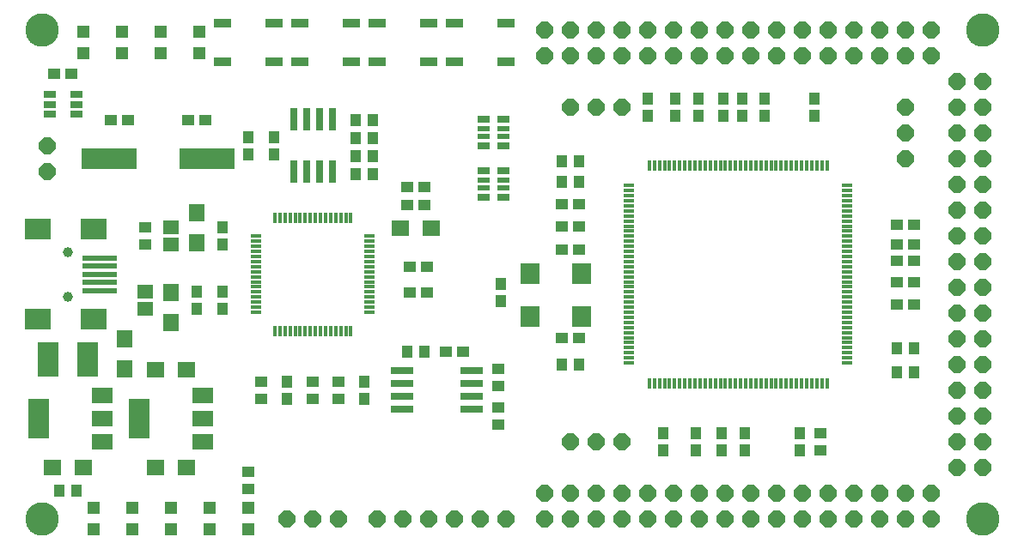
<source format=gts>
G75*
G70*
%OFA0B0*%
%FSLAX24Y24*%
%IPPOS*%
%LPD*%
%AMOC8*
5,1,8,0,0,1.08239X$1,22.5*
%
%ADD10C,0.1300*%
%ADD11R,0.0158X0.0394*%
%ADD12R,0.0394X0.0158*%
%ADD13R,0.0434X0.0473*%
%ADD14R,0.0473X0.0434*%
%ADD15R,0.0512X0.0512*%
%ADD16R,0.0749X0.0827*%
%ADD17R,0.0906X0.0276*%
%ADD18OC8,0.0640*%
%ADD19R,0.0690X0.0340*%
%ADD20R,0.0493X0.0213*%
%ADD21R,0.0493X0.0288*%
%ADD22R,0.0146X0.0434*%
%ADD23R,0.0434X0.0146*%
%ADD24R,0.0631X0.0552*%
%ADD25R,0.0827X0.0631*%
%ADD26R,0.0827X0.1536*%
%ADD27R,0.0670X0.0591*%
%ADD28R,0.0276X0.0906*%
%ADD29R,0.0591X0.0670*%
%ADD30R,0.1024X0.0827*%
%ADD31R,0.1339X0.0237*%
%ADD32C,0.0394*%
%ADD33R,0.0788X0.1379*%
%ADD34R,0.2140X0.0800*%
%ADD35R,0.0512X0.0257*%
D10*
X001454Y001252D03*
X001454Y020252D03*
X037954Y020252D03*
X037954Y001252D03*
D11*
X031898Y006520D03*
X031702Y006520D03*
X031505Y006520D03*
X031308Y006520D03*
X031111Y006520D03*
X030914Y006520D03*
X030717Y006520D03*
X030520Y006520D03*
X030324Y006520D03*
X030127Y006520D03*
X029930Y006520D03*
X029733Y006520D03*
X029536Y006520D03*
X029339Y006520D03*
X029143Y006520D03*
X028946Y006520D03*
X028749Y006520D03*
X028552Y006520D03*
X028355Y006520D03*
X028158Y006520D03*
X027961Y006520D03*
X027765Y006520D03*
X027568Y006520D03*
X027371Y006520D03*
X027174Y006520D03*
X026977Y006520D03*
X026780Y006520D03*
X026583Y006520D03*
X026387Y006520D03*
X026190Y006520D03*
X025993Y006520D03*
X025796Y006520D03*
X025599Y006520D03*
X025402Y006520D03*
X025206Y006520D03*
X025009Y006520D03*
X025009Y014984D03*
X025206Y014984D03*
X025402Y014984D03*
X025599Y014984D03*
X025796Y014984D03*
X025993Y014984D03*
X026190Y014984D03*
X026387Y014984D03*
X026583Y014984D03*
X026780Y014984D03*
X026977Y014984D03*
X027174Y014984D03*
X027371Y014984D03*
X027568Y014984D03*
X027765Y014984D03*
X027961Y014984D03*
X028158Y014984D03*
X028355Y014984D03*
X028552Y014984D03*
X028749Y014984D03*
X028946Y014984D03*
X029143Y014984D03*
X029339Y014984D03*
X029536Y014984D03*
X029733Y014984D03*
X029930Y014984D03*
X030127Y014984D03*
X030324Y014984D03*
X030520Y014984D03*
X030717Y014984D03*
X030914Y014984D03*
X031111Y014984D03*
X031308Y014984D03*
X031505Y014984D03*
X031702Y014984D03*
X031898Y014984D03*
D12*
X032686Y014197D03*
X032686Y014000D03*
X032686Y013803D03*
X032686Y013606D03*
X032686Y013409D03*
X032686Y013213D03*
X032686Y013016D03*
X032686Y012819D03*
X032686Y012622D03*
X032686Y012425D03*
X032686Y012228D03*
X032686Y012031D03*
X032686Y011835D03*
X032686Y011638D03*
X032686Y011441D03*
X032686Y011244D03*
X032686Y011047D03*
X032686Y010850D03*
X032686Y010654D03*
X032686Y010457D03*
X032686Y010260D03*
X032686Y010063D03*
X032686Y009866D03*
X032686Y009669D03*
X032686Y009472D03*
X032686Y009276D03*
X032686Y009079D03*
X032686Y008882D03*
X032686Y008685D03*
X032686Y008488D03*
X032686Y008291D03*
X032686Y008094D03*
X032686Y007898D03*
X032686Y007701D03*
X032686Y007504D03*
X032686Y007307D03*
X024221Y007307D03*
X024221Y007504D03*
X024221Y007701D03*
X024221Y007898D03*
X024221Y008094D03*
X024221Y008291D03*
X024221Y008488D03*
X024221Y008685D03*
X024221Y008882D03*
X024221Y009079D03*
X024221Y009276D03*
X024221Y009472D03*
X024221Y009669D03*
X024221Y009866D03*
X024221Y010063D03*
X024221Y010260D03*
X024221Y010457D03*
X024221Y010654D03*
X024221Y010850D03*
X024221Y011047D03*
X024221Y011244D03*
X024221Y011441D03*
X024221Y011638D03*
X024221Y011835D03*
X024221Y012031D03*
X024221Y012228D03*
X024221Y012425D03*
X024221Y012622D03*
X024221Y012819D03*
X024221Y013016D03*
X024221Y013213D03*
X024221Y013409D03*
X024221Y013606D03*
X024221Y013803D03*
X024221Y014000D03*
X024221Y014197D03*
D13*
X022288Y014352D03*
X021619Y014352D03*
X021619Y015152D03*
X022288Y015152D03*
X024954Y016917D03*
X024954Y017587D03*
X026013Y017587D03*
X026903Y017587D03*
X026903Y016917D03*
X026013Y016917D03*
X027893Y016917D03*
X028600Y016917D03*
X029490Y016917D03*
X029490Y017587D03*
X028600Y017587D03*
X027893Y017587D03*
X031428Y017587D03*
X031428Y016917D03*
X019261Y010380D03*
X019261Y009710D03*
X016288Y007752D03*
X015619Y007752D03*
X013954Y006587D03*
X013954Y005917D03*
X010954Y005917D03*
X010954Y006587D03*
X008454Y009417D03*
X007454Y009417D03*
X007454Y010087D03*
X008454Y010087D03*
X008454Y011917D03*
X008454Y012587D03*
X009454Y015417D03*
X010454Y015417D03*
X010454Y016087D03*
X009454Y016087D03*
X013619Y016052D03*
X014288Y016052D03*
X014288Y016752D03*
X013619Y016752D03*
X013619Y015352D03*
X014288Y015352D03*
X014288Y014652D03*
X013619Y014652D03*
X021619Y007258D03*
X022288Y007258D03*
X025554Y004587D03*
X025554Y003917D03*
X026810Y003917D03*
X026810Y004587D03*
X027817Y004587D03*
X028707Y004587D03*
X028707Y003917D03*
X027817Y003917D03*
X030863Y003917D03*
X030863Y004587D03*
X034619Y006952D03*
X035288Y006952D03*
X035288Y007860D03*
X034619Y007860D03*
X002788Y002352D03*
X002119Y002352D03*
D14*
X009454Y002417D03*
X009454Y003087D03*
X009954Y005917D03*
X009954Y006587D03*
X011954Y006587D03*
X011954Y005917D03*
X012954Y005917D03*
X012954Y006587D03*
X017119Y007752D03*
X017788Y007752D03*
X019154Y007087D03*
X019154Y006417D03*
X019154Y005587D03*
X019154Y004917D03*
X021619Y008277D03*
X022288Y008277D03*
X016388Y010052D03*
X015719Y010052D03*
X015719Y011052D03*
X016388Y011052D03*
X016288Y013452D03*
X015619Y013452D03*
X015619Y014152D03*
X016288Y014152D03*
X021619Y013480D03*
X022288Y013480D03*
X022288Y012603D03*
X021619Y012603D03*
X021619Y011713D03*
X022288Y011713D03*
X034619Y011895D03*
X035288Y011895D03*
X035288Y011288D03*
X034619Y011288D03*
X034619Y010439D03*
X035288Y010439D03*
X035288Y009591D03*
X034619Y009591D03*
X034619Y012685D03*
X035288Y012685D03*
X031636Y004587D03*
X031636Y003917D03*
X007788Y016752D03*
X007119Y016752D03*
X004788Y016752D03*
X004119Y016752D03*
X002588Y018552D03*
X001919Y018552D03*
X005454Y012587D03*
X005454Y011917D03*
D15*
X006054Y019339D03*
X006054Y020165D03*
X007554Y020165D03*
X007554Y019339D03*
X004554Y019339D03*
X004554Y020165D03*
X003054Y020165D03*
X003054Y019339D03*
X003454Y001665D03*
X003454Y000839D03*
X004954Y000839D03*
X004954Y001665D03*
X006454Y001665D03*
X006454Y000839D03*
X007954Y000839D03*
X007954Y001665D03*
X009454Y001665D03*
X009454Y000839D03*
D16*
X020382Y009118D03*
X022382Y009118D03*
X022382Y010772D03*
X020382Y010772D03*
D17*
X018127Y007002D03*
X018127Y006502D03*
X018127Y006002D03*
X018127Y005502D03*
X015430Y005502D03*
X015430Y006002D03*
X015430Y006502D03*
X015430Y007002D03*
D18*
X021954Y004252D03*
X022954Y004252D03*
X023954Y004252D03*
X023954Y002252D03*
X024954Y002252D03*
X025954Y002252D03*
X026954Y002252D03*
X027954Y002252D03*
X028954Y002252D03*
X029954Y002252D03*
X030954Y002252D03*
X031954Y002252D03*
X032954Y002252D03*
X033954Y002252D03*
X034954Y002252D03*
X035954Y002252D03*
X035954Y001252D03*
X034954Y001252D03*
X033954Y001252D03*
X032954Y001252D03*
X031954Y001252D03*
X030954Y001252D03*
X029954Y001252D03*
X028954Y001252D03*
X027954Y001252D03*
X026954Y001252D03*
X025954Y001252D03*
X024954Y001252D03*
X023954Y001252D03*
X022954Y001252D03*
X021954Y001252D03*
X020954Y001252D03*
X019454Y001252D03*
X018454Y001252D03*
X017454Y001252D03*
X016454Y001252D03*
X015454Y001252D03*
X014454Y001252D03*
X012954Y001252D03*
X011954Y001252D03*
X010954Y001252D03*
X020954Y002252D03*
X021954Y002252D03*
X022954Y002252D03*
X036954Y003252D03*
X037954Y003252D03*
X037954Y004252D03*
X036954Y004252D03*
X036954Y005252D03*
X037954Y005252D03*
X037954Y006252D03*
X036954Y006252D03*
X036954Y007252D03*
X037954Y007252D03*
X037954Y008252D03*
X036954Y008252D03*
X036954Y009252D03*
X037954Y009252D03*
X037954Y010252D03*
X036954Y010252D03*
X036954Y011252D03*
X037954Y011252D03*
X037954Y012252D03*
X036954Y012252D03*
X036954Y013252D03*
X037954Y013252D03*
X037954Y014252D03*
X036954Y014252D03*
X036954Y015252D03*
X037954Y015252D03*
X037954Y016252D03*
X036954Y016252D03*
X036954Y017252D03*
X037954Y017252D03*
X037954Y018252D03*
X036954Y018252D03*
X035954Y019252D03*
X034954Y019252D03*
X033954Y019252D03*
X032954Y019252D03*
X031954Y019252D03*
X030954Y019252D03*
X029954Y019252D03*
X028954Y019252D03*
X027954Y019252D03*
X026954Y019252D03*
X025954Y019252D03*
X024954Y019252D03*
X023954Y019252D03*
X022954Y019252D03*
X021954Y019252D03*
X020954Y019252D03*
X020954Y020252D03*
X021954Y020252D03*
X022954Y020252D03*
X023954Y020252D03*
X024954Y020252D03*
X025954Y020252D03*
X026954Y020252D03*
X027954Y020252D03*
X028954Y020252D03*
X029954Y020252D03*
X030954Y020252D03*
X031954Y020252D03*
X032954Y020252D03*
X033954Y020252D03*
X034954Y020252D03*
X035954Y020252D03*
X034954Y017252D03*
X034954Y016252D03*
X034954Y015252D03*
X023954Y017252D03*
X022954Y017252D03*
X021954Y017252D03*
X001654Y015752D03*
X001654Y014752D03*
D19*
X008454Y019002D03*
X010454Y019002D03*
X011454Y019002D03*
X013454Y019002D03*
X014454Y019002D03*
X016454Y019002D03*
X017454Y019002D03*
X019454Y019002D03*
X019454Y020502D03*
X017454Y020502D03*
X016454Y020502D03*
X014454Y020502D03*
X013454Y020502D03*
X011454Y020502D03*
X010454Y020502D03*
X008454Y020502D03*
D20*
X018570Y016409D03*
X018570Y016094D03*
X019337Y016094D03*
X019337Y016409D03*
X019337Y014409D03*
X019337Y014094D03*
X018570Y014094D03*
X018570Y014409D03*
D21*
X018570Y014762D03*
X019337Y014762D03*
X019337Y015742D03*
X018570Y015742D03*
X018570Y016762D03*
X019337Y016762D03*
X019337Y013742D03*
X018570Y013742D03*
D22*
X013430Y012957D03*
X013233Y012957D03*
X013036Y012957D03*
X012839Y012957D03*
X012643Y012957D03*
X012446Y012957D03*
X012249Y012957D03*
X012052Y012957D03*
X011855Y012957D03*
X011658Y012957D03*
X011461Y012957D03*
X011265Y012957D03*
X011068Y012957D03*
X010871Y012957D03*
X010674Y012957D03*
X010477Y012957D03*
X010477Y008547D03*
X010674Y008547D03*
X010871Y008547D03*
X011068Y008547D03*
X011265Y008547D03*
X011461Y008547D03*
X011658Y008547D03*
X011855Y008547D03*
X012052Y008547D03*
X012249Y008547D03*
X012446Y008547D03*
X012643Y008547D03*
X012839Y008547D03*
X013036Y008547D03*
X013233Y008547D03*
X013430Y008547D03*
D23*
X014158Y009276D03*
X014158Y009472D03*
X014158Y009669D03*
X014158Y009866D03*
X014158Y010063D03*
X014158Y010260D03*
X014158Y010457D03*
X014158Y010654D03*
X014158Y010850D03*
X014158Y011047D03*
X014158Y011244D03*
X014158Y011441D03*
X014158Y011638D03*
X014158Y011835D03*
X014158Y012031D03*
X014158Y012228D03*
X009749Y012228D03*
X009749Y012031D03*
X009749Y011835D03*
X009749Y011638D03*
X009749Y011441D03*
X009749Y011244D03*
X009749Y011047D03*
X009749Y010850D03*
X009749Y010654D03*
X009749Y010457D03*
X009749Y010260D03*
X009749Y010063D03*
X009749Y009866D03*
X009749Y009669D03*
X009749Y009472D03*
X009749Y009276D03*
D24*
X005454Y009417D03*
X005454Y010087D03*
X006454Y011917D03*
X006454Y012587D03*
D25*
X007694Y006057D03*
X007694Y005152D03*
X007694Y004246D03*
X003794Y004246D03*
X003794Y005152D03*
X003794Y006057D03*
D26*
X005213Y005152D03*
X001313Y005152D03*
D27*
X001863Y003252D03*
X003044Y003252D03*
X005863Y003252D03*
X007044Y003252D03*
X007044Y007052D03*
X005863Y007052D03*
X015363Y012552D03*
X016544Y012552D03*
D28*
X012704Y014728D03*
X012204Y014728D03*
X011704Y014728D03*
X011204Y014728D03*
X011204Y016776D03*
X011704Y016776D03*
X012204Y016776D03*
X012704Y016776D03*
D29*
X007454Y013143D03*
X007454Y011961D03*
X006454Y010043D03*
X006454Y008861D03*
X004654Y008243D03*
X004654Y007061D03*
D30*
X003438Y009000D03*
X001272Y009000D03*
X001272Y012504D03*
X003438Y012504D03*
D31*
X003674Y011382D03*
X003674Y011067D03*
X003674Y010752D03*
X003674Y010437D03*
X003674Y010122D03*
D32*
X002454Y009886D03*
X002454Y011618D03*
D33*
X003221Y007452D03*
X001686Y007452D03*
D34*
X004054Y015252D03*
X007854Y015252D03*
D35*
X002765Y016978D03*
X002765Y017352D03*
X002765Y017726D03*
X001742Y017726D03*
X001742Y017352D03*
X001742Y016978D03*
M02*

</source>
